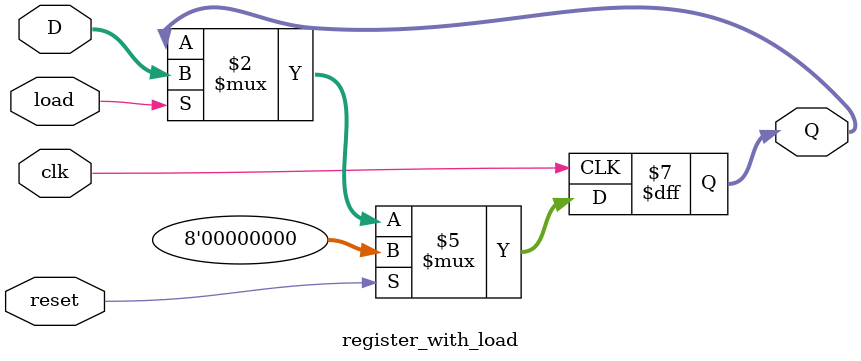
<source format=v>
module register_with_load (
    input clk,
    input reset,
    input load,
    input [7:0] D,
    output reg [7:0] Q
);

    always @(posedge clk) begin
        if (reset)
            Q <= 8'b0;
        else if (load)
            Q <= D; 
        
    end
endmodule

</source>
